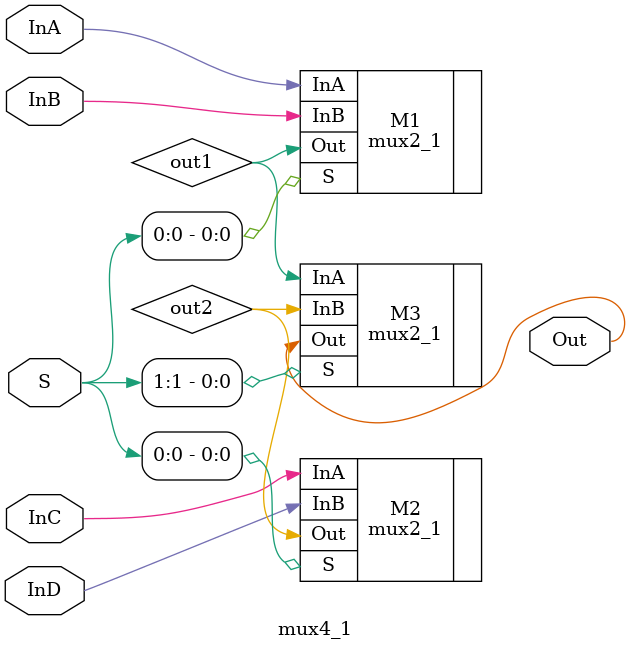
<source format=v>
module mux4_1(InA, InB, InC, InD, S, Out);
 
  input InA, InB, InC, InD;  
  input [1:0] S;
  output Out;
  wire out1, out2;
  
  mux2_1 M1(.InA(InA), .InB(InB), .S(S[0]), .Out(out1));
  mux2_1 M2(.InA(InC), .InB(InD), .S(S[0]), .Out(out2));
  mux2_1 M3(.InA(out1), .InB(out2), .S(S[1]), .Out(Out));
endmodule

</source>
